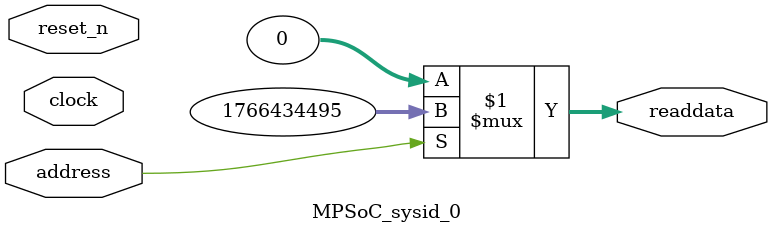
<source format=v>

`timescale 1ns / 1ps
// synthesis translate_on

// turn off superfluous verilog processor warnings 
// altera message_level Level1 
// altera message_off 10034 10035 10036 10037 10230 10240 10030 

module MPSoC_sysid_0 (
               // inputs:
                address,
                clock,
                reset_n,

               // outputs:
                readdata
             )
;

  output  [ 31: 0] readdata;
  input            address;
  input            clock;
  input            reset_n;

  wire    [ 31: 0] readdata;
  //control_slave, which is an e_avalon_slave
  assign readdata = address ? 1766434495 : 0;

endmodule




</source>
